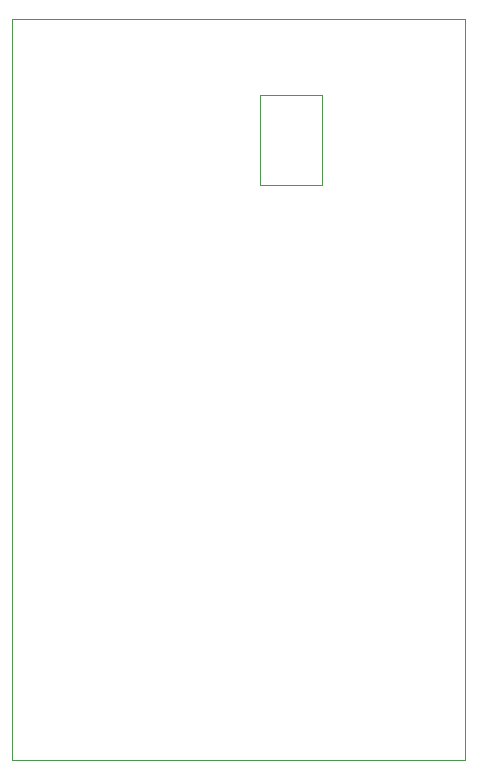
<source format=gbr>
%TF.GenerationSoftware,KiCad,Pcbnew,(6.0.6-0)*%
%TF.CreationDate,2025-06-22T16:04:58+02:00*%
%TF.ProjectId,meteo,6d657465-6f2e-46b6-9963-61645f706362,rev?*%
%TF.SameCoordinates,Original*%
%TF.FileFunction,Profile,NP*%
%FSLAX46Y46*%
G04 Gerber Fmt 4.6, Leading zero omitted, Abs format (unit mm)*
G04 Created by KiCad (PCBNEW (6.0.6-0)) date 2025-06-22 16:04:58*
%MOMM*%
%LPD*%
G01*
G04 APERTURE LIST*
%TA.AperFunction,Profile*%
%ADD10C,0.100000*%
%TD*%
%TA.AperFunction,Profile*%
%ADD11C,0.120000*%
%TD*%
G04 APERTURE END LIST*
D10*
X193769000Y-30235000D02*
X232156000Y-30235000D01*
X232156000Y-30235000D02*
X232156000Y-92964000D01*
X232156000Y-92964000D02*
X193769000Y-92964000D01*
X193769000Y-92964000D02*
X193769000Y-30235000D01*
D11*
%TO.C,U4*%
X219979000Y-36690076D02*
X214772000Y-36690076D01*
X214772000Y-36690076D02*
X214772000Y-44310076D01*
X214772000Y-44310076D02*
X219979000Y-44310076D01*
X219979000Y-44310076D02*
X219979000Y-36690076D01*
%TD*%
M02*

</source>
